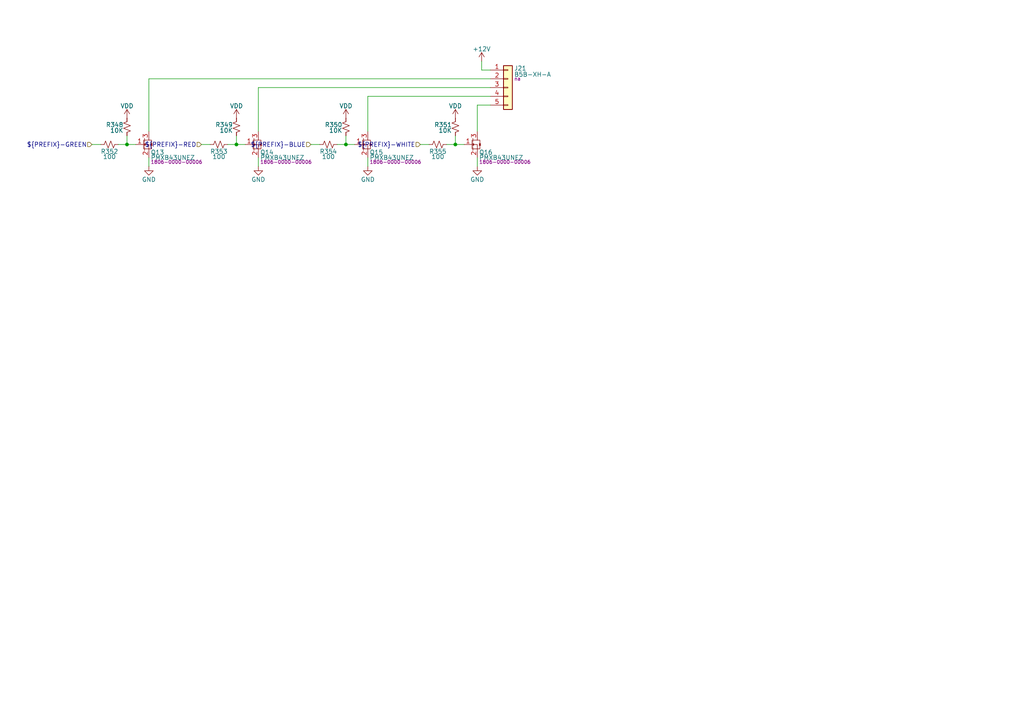
<source format=kicad_sch>
(kicad_sch
	(version 20250114)
	(generator "eeschema")
	(generator_version "9.0")
	(uuid "7bc1f2b6-a1f2-4269-8283-41e70cb464e3")
	(paper "A4")
	(title_block
		(title "Benchy Motherboard AM625 - Lighting RGBW Channel 4")
		(rev "REV1")
		(company "Daxxn Industries")
		(comment 4 "Small net labels (≤0.65) are for clarity and do not connect to other nets.")
	)
	(lib_symbols
		(symbol "DX_Connector_JST:B5B-XH-A"
			(pin_names
				(offset 1.016)
				(hide yes)
			)
			(exclude_from_sim no)
			(in_bom yes)
			(on_board yes)
			(property "Reference" "J"
				(at 1.778 5.588 0)
				(effects
					(font
						(size 1.27 1.27)
					)
					(justify left)
				)
			)
			(property "Value" "B5B-XH-A"
				(at 1.778 3.81 0)
				(effects
					(font
						(size 1.27 1.27)
					)
					(justify left)
				)
			)
			(property "Footprint" "Daxxn_Connectors_JST:B5B-XH-A"
				(at 0 10.16 0)
				(effects
					(font
						(size 1.27 1.27)
					)
					(hide yes)
				)
			)
			(property "Datasheet" "${DATASHEETS}/eXH.pdf"
				(at 0 13.208 0)
				(effects
					(font
						(size 1.27 1.27)
					)
					(hide yes)
				)
			)
			(property "Description" "Connector Header Through Hole 5 position 0.098\" (2.50mm)"
				(at 0 11.684 0)
				(effects
					(font
						(size 1.27 1.27)
					)
					(hide yes)
				)
			)
			(property "PartNumber" "na"
				(at 1.778 2.54 0)
				(effects
					(font
						(size 1 1)
					)
					(justify left)
				)
			)
			(property "ki_keywords" "connector jst xh"
				(at 0 0 0)
				(effects
					(font
						(size 1.27 1.27)
					)
					(hide yes)
				)
			)
			(property "ki_fp_filters" "Connector*:*_1x??_*"
				(at 0 0 0)
				(effects
					(font
						(size 1.27 1.27)
					)
					(hide yes)
				)
			)
			(symbol "B5B-XH-A_1_1"
				(rectangle
					(start -1.27 6.35)
					(end 1.27 -6.35)
					(stroke
						(width 0.254)
						(type default)
					)
					(fill
						(type background)
					)
				)
				(rectangle
					(start -1.27 5.207)
					(end 0 4.953)
					(stroke
						(width 0.1524)
						(type default)
					)
					(fill
						(type none)
					)
				)
				(rectangle
					(start -1.27 2.667)
					(end 0 2.413)
					(stroke
						(width 0.1524)
						(type default)
					)
					(fill
						(type none)
					)
				)
				(rectangle
					(start -1.27 0.127)
					(end 0 -0.127)
					(stroke
						(width 0.1524)
						(type default)
					)
					(fill
						(type none)
					)
				)
				(rectangle
					(start -1.27 -2.413)
					(end 0 -2.667)
					(stroke
						(width 0.1524)
						(type default)
					)
					(fill
						(type none)
					)
				)
				(rectangle
					(start -1.27 -4.953)
					(end 0 -5.207)
					(stroke
						(width 0.1524)
						(type default)
					)
					(fill
						(type none)
					)
				)
				(pin passive line
					(at -5.08 5.08 0)
					(length 3.81)
					(name "Pin_1"
						(effects
							(font
								(size 1.27 1.27)
							)
						)
					)
					(number "1"
						(effects
							(font
								(size 1.27 1.27)
							)
						)
					)
				)
				(pin passive line
					(at -5.08 2.54 0)
					(length 3.81)
					(name "Pin_2"
						(effects
							(font
								(size 1.27 1.27)
							)
						)
					)
					(number "2"
						(effects
							(font
								(size 1.27 1.27)
							)
						)
					)
				)
				(pin passive line
					(at -5.08 0 0)
					(length 3.81)
					(name "Pin_3"
						(effects
							(font
								(size 1.27 1.27)
							)
						)
					)
					(number "3"
						(effects
							(font
								(size 1.27 1.27)
							)
						)
					)
				)
				(pin passive line
					(at -5.08 -2.54 0)
					(length 3.81)
					(name "Pin_4"
						(effects
							(font
								(size 1.27 1.27)
							)
						)
					)
					(number "4"
						(effects
							(font
								(size 1.27 1.27)
							)
						)
					)
				)
				(pin passive line
					(at -5.08 -5.08 0)
					(length 3.81)
					(name "Pin_5"
						(effects
							(font
								(size 1.27 1.27)
							)
						)
					)
					(number "5"
						(effects
							(font
								(size 1.27 1.27)
							)
						)
					)
				)
			)
			(embedded_fonts no)
		)
		(symbol "DX_Resistor:RC0402JR-07100RL"
			(pin_numbers
				(hide yes)
			)
			(pin_names
				(offset 0.254)
				(hide yes)
			)
			(exclude_from_sim no)
			(in_bom yes)
			(on_board yes)
			(property "Reference" "R"
				(at 1.016 0.635 0)
				(effects
					(font
						(size 1.27 1.27)
					)
					(justify left)
				)
			)
			(property "Value" "100"
				(at 1.016 -1.016 0)
				(effects
					(font
						(size 1.27 1.27)
					)
					(justify left)
				)
			)
			(property "Footprint" "Daxxn_Standard_Resistors:RES_0402"
				(at 0 5.334 0)
				(effects
					(font
						(size 1.27 1.27)
					)
					(hide yes)
				)
			)
			(property "Datasheet" "${DATASHEETS}/RC-Series.pdf"
				(at 0 6.35 0)
				(effects
					(font
						(size 1.27 1.27)
					)
					(hide yes)
				)
			)
			(property "Description" "RES 100 OHM 5% 1/16W 0402"
				(at 0 3.81 0)
				(effects
					(font
						(size 1.27 1.27)
					)
					(hide yes)
				)
			)
			(property "PartNumber" "0204-0000-00011"
				(at 0 7.874 0)
				(effects
					(font
						(size 1.27 1.27)
					)
					(hide yes)
				)
			)
			(property "ki_keywords" "r resistor daxxn"
				(at 0 0 0)
				(effects
					(font
						(size 1.27 1.27)
					)
					(hide yes)
				)
			)
			(property "ki_fp_filters" "R_*"
				(at 0 0 0)
				(effects
					(font
						(size 1.27 1.27)
					)
					(hide yes)
				)
			)
			(symbol "RC0402JR-07100RL_1_1"
				(polyline
					(pts
						(xy 0 1.524) (xy 1.016 1.143) (xy 0 0.762) (xy -1.016 0.381) (xy 0 0)
					)
					(stroke
						(width 0)
						(type default)
					)
					(fill
						(type none)
					)
				)
				(polyline
					(pts
						(xy 0 0) (xy 1.016 -0.381) (xy 0 -0.762) (xy -1.016 -1.143) (xy 0 -1.524)
					)
					(stroke
						(width 0)
						(type default)
					)
					(fill
						(type none)
					)
				)
				(pin passive line
					(at 0 2.54 270)
					(length 1.016)
					(name "~"
						(effects
							(font
								(size 1.27 1.27)
							)
						)
					)
					(number "1"
						(effects
							(font
								(size 1.27 1.27)
							)
						)
					)
				)
				(pin passive line
					(at 0 -2.54 90)
					(length 1.016)
					(name "~"
						(effects
							(font
								(size 1.27 1.27)
							)
						)
					)
					(number "2"
						(effects
							(font
								(size 1.27 1.27)
							)
						)
					)
				)
			)
			(embedded_fonts no)
		)
		(symbol "DX_Resistor:RC0402JR-0710KL"
			(pin_numbers
				(hide yes)
			)
			(pin_names
				(offset 0.254)
				(hide yes)
			)
			(exclude_from_sim no)
			(in_bom yes)
			(on_board yes)
			(property "Reference" "R"
				(at 1.016 0.635 0)
				(effects
					(font
						(size 1.27 1.27)
					)
					(justify left)
				)
			)
			(property "Value" "10K"
				(at 1.016 -1.016 0)
				(effects
					(font
						(size 1.27 1.27)
					)
					(justify left)
				)
			)
			(property "Footprint" "Daxxn_Standard_Resistors:RES_0402"
				(at 0 5.334 0)
				(effects
					(font
						(size 1.27 1.27)
					)
					(hide yes)
				)
			)
			(property "Datasheet" "${DATASHEETS}/RC-Series.pdf"
				(at 0 6.35 0)
				(effects
					(font
						(size 1.27 1.27)
					)
					(hide yes)
				)
			)
			(property "Description" "RES 10K OHM 5% 1/16W 0402"
				(at 0 3.81 0)
				(effects
					(font
						(size 1.27 1.27)
					)
					(hide yes)
				)
			)
			(property "PartNumber" "0204-0000-00016"
				(at 0 8.128 0)
				(effects
					(font
						(size 1.27 1.27)
					)
					(hide yes)
				)
			)
			(property "ki_keywords" "r resistor daxxn"
				(at 0 0 0)
				(effects
					(font
						(size 1.27 1.27)
					)
					(hide yes)
				)
			)
			(property "ki_fp_filters" "R_*"
				(at 0 0 0)
				(effects
					(font
						(size 1.27 1.27)
					)
					(hide yes)
				)
			)
			(symbol "RC0402JR-0710KL_1_1"
				(polyline
					(pts
						(xy 0 1.524) (xy 1.016 1.143) (xy 0 0.762) (xy -1.016 0.381) (xy 0 0)
					)
					(stroke
						(width 0)
						(type default)
					)
					(fill
						(type none)
					)
				)
				(polyline
					(pts
						(xy 0 0) (xy 1.016 -0.381) (xy 0 -0.762) (xy -1.016 -1.143) (xy 0 -1.524)
					)
					(stroke
						(width 0)
						(type default)
					)
					(fill
						(type none)
					)
				)
				(pin passive line
					(at 0 2.54 270)
					(length 1.016)
					(name "~"
						(effects
							(font
								(size 1.27 1.27)
							)
						)
					)
					(number "1"
						(effects
							(font
								(size 1.27 1.27)
							)
						)
					)
				)
				(pin passive line
					(at 0 -2.54 90)
					(length 1.016)
					(name "~"
						(effects
							(font
								(size 1.27 1.27)
							)
						)
					)
					(number "2"
						(effects
							(font
								(size 1.27 1.27)
							)
						)
					)
				)
			)
			(embedded_fonts no)
		)
		(symbol "DX_Transistor_MOSFET:PMXB43UNEZ"
			(exclude_from_sim no)
			(in_bom yes)
			(on_board yes)
			(property "Reference" "Q"
				(at 2.794 1.778 0)
				(effects
					(font
						(size 1.27 1.27)
					)
					(justify left)
				)
			)
			(property "Value" "PMXB43UNEZ"
				(at 2.794 0 0)
				(effects
					(font
						(size 1.27 1.27)
					)
					(justify left)
				)
			)
			(property "Footprint" "Daxxn_Packages:DFN1010D-3"
				(at 1.27 8.382 0)
				(effects
					(font
						(size 1.27 1.27)
					)
					(hide yes)
				)
			)
			(property "Datasheet" "%LOCAL_DATASHEETS%/PMXB43UNE.pdf"
				(at 1.27 5.842 0)
				(effects
					(font
						(size 1.27 1.27)
					)
					(hide yes)
				)
			)
			(property "Description" "N-Channel 20 V 3.2A (Ta) 400mW (Ta), 8.33W (Tc) Surface Mount DFN1010D-3"
				(at 0 7.112 0)
				(effects
					(font
						(size 1.27 1.27)
					)
					(hide yes)
				)
			)
			(property "PartNumber" "1806-0000-00006"
				(at 2.794 -1.524 0)
				(effects
					(font
						(size 1 1)
					)
					(justify left)
				)
			)
			(property "ki_keywords" "n-ch mosfet fet"
				(at 0 0 0)
				(effects
					(font
						(size 1.27 1.27)
					)
					(hide yes)
				)
			)
			(symbol "PMXB43UNEZ_0_0"
				(pin input line
					(at -2.54 0 0)
					(length 2.25)
					(name "G"
						(effects
							(font
								(size 0 0)
							)
						)
					)
					(number "1"
						(effects
							(font
								(size 1.27 1.27)
							)
						)
					)
				)
				(pin bidirectional line
					(at 1.27 3.81 270)
					(length 2.54)
					(name "D"
						(effects
							(font
								(size 0 0)
							)
						)
					)
					(number "3"
						(effects
							(font
								(size 1.27 1.27)
							)
						)
					)
				)
				(pin bidirectional line
					(at 1.27 -3.81 90)
					(length 2.54)
					(name "S"
						(effects
							(font
								(size 0 0)
							)
						)
					)
					(number "2"
						(effects
							(font
								(size 1.27 1.27)
							)
						)
					)
				)
			)
			(symbol "PMXB43UNEZ_0_1"
				(polyline
					(pts
						(xy -0.254 -1.27) (xy -0.254 1.27)
					)
					(stroke
						(width 0)
						(type default)
					)
					(fill
						(type none)
					)
				)
				(polyline
					(pts
						(xy 0 1.778) (xy 0 0.762)
					)
					(stroke
						(width 0)
						(type default)
					)
					(fill
						(type none)
					)
				)
				(polyline
					(pts
						(xy 0 1.27) (xy 1.27 1.27) (xy 1.27 1.27)
					)
					(stroke
						(width 0)
						(type default)
					)
					(fill
						(type none)
					)
				)
				(polyline
					(pts
						(xy 0 0) (xy 0.254 0.254) (xy 0.254 -0.254) (xy 0 0)
					)
					(stroke
						(width 0)
						(type default)
					)
					(fill
						(type none)
					)
				)
				(polyline
					(pts
						(xy 0 -0.508) (xy 0 0.508)
					)
					(stroke
						(width 0)
						(type default)
					)
					(fill
						(type none)
					)
				)
				(polyline
					(pts
						(xy 0 -1.27) (xy 1.27 -1.27) (xy 1.27 -1.27)
					)
					(stroke
						(width 0)
						(type default)
					)
					(fill
						(type none)
					)
				)
				(polyline
					(pts
						(xy 0 -1.778) (xy 0 -0.762)
					)
					(stroke
						(width 0)
						(type default)
					)
					(fill
						(type none)
					)
				)
				(polyline
					(pts
						(xy 1.27 -1.27) (xy 1.27 0) (xy 0 0)
					)
					(stroke
						(width 0)
						(type default)
					)
					(fill
						(type none)
					)
				)
				(polyline
					(pts
						(xy 1.27 -1.27) (xy 2.032 -1.27) (xy 2.032 1.27) (xy 1.27 1.27)
					)
					(stroke
						(width 0)
						(type default)
					)
					(fill
						(type none)
					)
				)
				(polyline
					(pts
						(xy 1.778 0.254) (xy 2.286 0.254)
					)
					(stroke
						(width 0)
						(type default)
					)
					(fill
						(type none)
					)
				)
				(polyline
					(pts
						(xy 2.032 0.254) (xy 1.778 -0.254) (xy 2.286 -0.254) (xy 2.032 0.254)
					)
					(stroke
						(width 0)
						(type default)
					)
					(fill
						(type outline)
					)
				)
			)
			(embedded_fonts no)
		)
		(symbol "power:+12V"
			(power)
			(pin_numbers
				(hide yes)
			)
			(pin_names
				(offset 0)
				(hide yes)
			)
			(exclude_from_sim no)
			(in_bom yes)
			(on_board yes)
			(property "Reference" "#PWR"
				(at 0 -3.81 0)
				(effects
					(font
						(size 1.27 1.27)
					)
					(hide yes)
				)
			)
			(property "Value" "+12V"
				(at 0 3.556 0)
				(effects
					(font
						(size 1.27 1.27)
					)
				)
			)
			(property "Footprint" ""
				(at 0 0 0)
				(effects
					(font
						(size 1.27 1.27)
					)
					(hide yes)
				)
			)
			(property "Datasheet" ""
				(at 0 0 0)
				(effects
					(font
						(size 1.27 1.27)
					)
					(hide yes)
				)
			)
			(property "Description" "Power symbol creates a global label with name \"+12V\""
				(at 0 0 0)
				(effects
					(font
						(size 1.27 1.27)
					)
					(hide yes)
				)
			)
			(property "ki_keywords" "global power"
				(at 0 0 0)
				(effects
					(font
						(size 1.27 1.27)
					)
					(hide yes)
				)
			)
			(symbol "+12V_0_1"
				(polyline
					(pts
						(xy -0.762 1.27) (xy 0 2.54)
					)
					(stroke
						(width 0)
						(type default)
					)
					(fill
						(type none)
					)
				)
				(polyline
					(pts
						(xy 0 2.54) (xy 0.762 1.27)
					)
					(stroke
						(width 0)
						(type default)
					)
					(fill
						(type none)
					)
				)
				(polyline
					(pts
						(xy 0 0) (xy 0 2.54)
					)
					(stroke
						(width 0)
						(type default)
					)
					(fill
						(type none)
					)
				)
			)
			(symbol "+12V_1_1"
				(pin power_in line
					(at 0 0 90)
					(length 0)
					(name "~"
						(effects
							(font
								(size 1.27 1.27)
							)
						)
					)
					(number "1"
						(effects
							(font
								(size 1.27 1.27)
							)
						)
					)
				)
			)
			(embedded_fonts no)
		)
		(symbol "power:GND"
			(power)
			(pin_numbers
				(hide yes)
			)
			(pin_names
				(offset 0)
				(hide yes)
			)
			(exclude_from_sim no)
			(in_bom yes)
			(on_board yes)
			(property "Reference" "#PWR"
				(at 0 -6.35 0)
				(effects
					(font
						(size 1.27 1.27)
					)
					(hide yes)
				)
			)
			(property "Value" "GND"
				(at 0 -3.81 0)
				(effects
					(font
						(size 1.27 1.27)
					)
				)
			)
			(property "Footprint" ""
				(at 0 0 0)
				(effects
					(font
						(size 1.27 1.27)
					)
					(hide yes)
				)
			)
			(property "Datasheet" ""
				(at 0 0 0)
				(effects
					(font
						(size 1.27 1.27)
					)
					(hide yes)
				)
			)
			(property "Description" "Power symbol creates a global label with name \"GND\" , ground"
				(at 0 0 0)
				(effects
					(font
						(size 1.27 1.27)
					)
					(hide yes)
				)
			)
			(property "ki_keywords" "global power"
				(at 0 0 0)
				(effects
					(font
						(size 1.27 1.27)
					)
					(hide yes)
				)
			)
			(symbol "GND_0_1"
				(polyline
					(pts
						(xy 0 0) (xy 0 -1.27) (xy 1.27 -1.27) (xy 0 -2.54) (xy -1.27 -1.27) (xy 0 -1.27)
					)
					(stroke
						(width 0)
						(type default)
					)
					(fill
						(type none)
					)
				)
			)
			(symbol "GND_1_1"
				(pin power_in line
					(at 0 0 270)
					(length 0)
					(name "~"
						(effects
							(font
								(size 1.27 1.27)
							)
						)
					)
					(number "1"
						(effects
							(font
								(size 1.27 1.27)
							)
						)
					)
				)
			)
			(embedded_fonts no)
		)
		(symbol "power:VDD"
			(power)
			(pin_numbers
				(hide yes)
			)
			(pin_names
				(offset 0)
				(hide yes)
			)
			(exclude_from_sim no)
			(in_bom yes)
			(on_board yes)
			(property "Reference" "#PWR"
				(at 0 -3.81 0)
				(effects
					(font
						(size 1.27 1.27)
					)
					(hide yes)
				)
			)
			(property "Value" "VDD"
				(at 0 3.556 0)
				(effects
					(font
						(size 1.27 1.27)
					)
				)
			)
			(property "Footprint" ""
				(at 0 0 0)
				(effects
					(font
						(size 1.27 1.27)
					)
					(hide yes)
				)
			)
			(property "Datasheet" ""
				(at 0 0 0)
				(effects
					(font
						(size 1.27 1.27)
					)
					(hide yes)
				)
			)
			(property "Description" "Power symbol creates a global label with name \"VDD\""
				(at 0 0 0)
				(effects
					(font
						(size 1.27 1.27)
					)
					(hide yes)
				)
			)
			(property "ki_keywords" "global power"
				(at 0 0 0)
				(effects
					(font
						(size 1.27 1.27)
					)
					(hide yes)
				)
			)
			(symbol "VDD_0_1"
				(polyline
					(pts
						(xy -0.762 1.27) (xy 0 2.54)
					)
					(stroke
						(width 0)
						(type default)
					)
					(fill
						(type none)
					)
				)
				(polyline
					(pts
						(xy 0 2.54) (xy 0.762 1.27)
					)
					(stroke
						(width 0)
						(type default)
					)
					(fill
						(type none)
					)
				)
				(polyline
					(pts
						(xy 0 0) (xy 0 2.54)
					)
					(stroke
						(width 0)
						(type default)
					)
					(fill
						(type none)
					)
				)
			)
			(symbol "VDD_1_1"
				(pin power_in line
					(at 0 0 90)
					(length 0)
					(name "~"
						(effects
							(font
								(size 1.27 1.27)
							)
						)
					)
					(number "1"
						(effects
							(font
								(size 1.27 1.27)
							)
						)
					)
				)
			)
			(embedded_fonts no)
		)
	)
	(junction
		(at 36.83 41.91)
		(diameter 0)
		(color 0 0 0 0)
		(uuid "2a037154-1f38-41f8-a4d2-c99390c134e4")
	)
	(junction
		(at 132.08 41.91)
		(diameter 0)
		(color 0 0 0 0)
		(uuid "52965aa1-4484-436e-93e7-c727dc11bd14")
	)
	(junction
		(at 100.33 41.91)
		(diameter 0)
		(color 0 0 0 0)
		(uuid "cd320425-f725-4188-93f8-2f6ac8ff38d3")
	)
	(junction
		(at 68.58 41.91)
		(diameter 0)
		(color 0 0 0 0)
		(uuid "f28e6a72-a942-4140-8271-cc76aa60f0e5")
	)
	(wire
		(pts
			(xy 129.54 41.91) (xy 132.08 41.91)
		)
		(stroke
			(width 0)
			(type default)
		)
		(uuid "0ac52848-3246-487b-a95d-9ada01611586")
	)
	(wire
		(pts
			(xy 43.18 45.72) (xy 43.18 48.26)
		)
		(stroke
			(width 0)
			(type default)
		)
		(uuid "0d3cad57-ad30-4b8d-8052-fd4cc20f5670")
	)
	(wire
		(pts
			(xy 68.58 39.37) (xy 68.58 41.91)
		)
		(stroke
			(width 0)
			(type default)
		)
		(uuid "0e30dbc8-c5a8-41c9-9127-0725958fc1b4")
	)
	(wire
		(pts
			(xy 106.68 27.94) (xy 142.24 27.94)
		)
		(stroke
			(width 0)
			(type default)
		)
		(uuid "10f2f86e-557c-463f-9341-01708f88c62f")
	)
	(wire
		(pts
			(xy 68.58 41.91) (xy 71.12 41.91)
		)
		(stroke
			(width 0)
			(type default)
		)
		(uuid "25f97c0a-69a0-42d6-8df1-b5d24eaee8bf")
	)
	(wire
		(pts
			(xy 36.83 41.91) (xy 39.37 41.91)
		)
		(stroke
			(width 0)
			(type default)
		)
		(uuid "26fb1218-14f3-45f3-b64c-084b685eb2de")
	)
	(wire
		(pts
			(xy 58.42 41.91) (xy 60.96 41.91)
		)
		(stroke
			(width 0)
			(type default)
		)
		(uuid "2e668468-913b-4004-83a0-01e41600efa5")
	)
	(wire
		(pts
			(xy 138.43 45.72) (xy 138.43 48.26)
		)
		(stroke
			(width 0)
			(type default)
		)
		(uuid "2eb2a30a-a52d-4682-97c6-032c0df1fc82")
	)
	(wire
		(pts
			(xy 97.79 41.91) (xy 100.33 41.91)
		)
		(stroke
			(width 0)
			(type default)
		)
		(uuid "3c2d93d1-d667-4484-ae3d-d2e808c707b7")
	)
	(wire
		(pts
			(xy 34.29 41.91) (xy 36.83 41.91)
		)
		(stroke
			(width 0)
			(type default)
		)
		(uuid "3d26c0a4-435b-426a-a37b-68556f06de77")
	)
	(wire
		(pts
			(xy 100.33 39.37) (xy 100.33 41.91)
		)
		(stroke
			(width 0)
			(type default)
		)
		(uuid "4138a3f9-e0f9-4b0c-a441-5bedb0f25c36")
	)
	(wire
		(pts
			(xy 74.93 45.72) (xy 74.93 48.26)
		)
		(stroke
			(width 0)
			(type default)
		)
		(uuid "4586c78b-8a19-48e6-ae04-923756da63c4")
	)
	(wire
		(pts
			(xy 106.68 38.1) (xy 106.68 27.94)
		)
		(stroke
			(width 0)
			(type default)
		)
		(uuid "46e4022d-0131-47f8-bea4-1e5f26426447")
	)
	(wire
		(pts
			(xy 74.93 25.4) (xy 142.24 25.4)
		)
		(stroke
			(width 0)
			(type default)
		)
		(uuid "4b50c1c5-dccc-4468-bd45-d7d3008423ad")
	)
	(wire
		(pts
			(xy 26.67 41.91) (xy 29.21 41.91)
		)
		(stroke
			(width 0)
			(type default)
		)
		(uuid "6956dca8-cdcc-4a5e-aaa5-80e03ebc47cf")
	)
	(wire
		(pts
			(xy 121.92 41.91) (xy 124.46 41.91)
		)
		(stroke
			(width 0)
			(type default)
		)
		(uuid "6f27f10c-446e-455e-a796-53b366ae3f10")
	)
	(wire
		(pts
			(xy 43.18 22.86) (xy 43.18 38.1)
		)
		(stroke
			(width 0)
			(type default)
		)
		(uuid "7ec6061a-4f35-4372-820f-8ed3f49f5b6a")
	)
	(wire
		(pts
			(xy 66.04 41.91) (xy 68.58 41.91)
		)
		(stroke
			(width 0)
			(type default)
		)
		(uuid "835dee89-4398-4463-b2a4-a26135dbb332")
	)
	(wire
		(pts
			(xy 106.68 45.72) (xy 106.68 48.26)
		)
		(stroke
			(width 0)
			(type default)
		)
		(uuid "85ce2b19-c7d9-4bd4-ba4e-460a2bbfb3fc")
	)
	(wire
		(pts
			(xy 36.83 39.37) (xy 36.83 41.91)
		)
		(stroke
			(width 0)
			(type default)
		)
		(uuid "b9eefe92-81a3-4db4-a9a1-32f45c3e53fd")
	)
	(wire
		(pts
			(xy 142.24 22.86) (xy 43.18 22.86)
		)
		(stroke
			(width 0)
			(type default)
		)
		(uuid "c6623145-1051-40a6-9ed8-d28a10351ddb")
	)
	(wire
		(pts
			(xy 100.33 41.91) (xy 102.87 41.91)
		)
		(stroke
			(width 0)
			(type default)
		)
		(uuid "cb45d446-c5bd-4a61-a2b2-1d81287348e1")
	)
	(wire
		(pts
			(xy 138.43 30.48) (xy 142.24 30.48)
		)
		(stroke
			(width 0)
			(type default)
		)
		(uuid "d0361a4c-9eb3-482f-8db7-7a07dcc12dfa")
	)
	(wire
		(pts
			(xy 132.08 41.91) (xy 134.62 41.91)
		)
		(stroke
			(width 0)
			(type default)
		)
		(uuid "d0c7f993-854e-4268-8004-225da2c5b66c")
	)
	(wire
		(pts
			(xy 132.08 39.37) (xy 132.08 41.91)
		)
		(stroke
			(width 0)
			(type default)
		)
		(uuid "daecf87d-5a12-400a-aebd-b3e34335aaaa")
	)
	(wire
		(pts
			(xy 142.24 20.32) (xy 139.7 20.32)
		)
		(stroke
			(width 0)
			(type default)
		)
		(uuid "deb3b04b-5019-4a12-98ae-6b2f0d747595")
	)
	(wire
		(pts
			(xy 138.43 38.1) (xy 138.43 30.48)
		)
		(stroke
			(width 0)
			(type default)
		)
		(uuid "e34edc75-fd0c-4371-8c60-521bc5862524")
	)
	(wire
		(pts
			(xy 139.7 17.78) (xy 139.7 20.32)
		)
		(stroke
			(width 0)
			(type default)
		)
		(uuid "e70aba15-39b1-4e1c-bde1-b1051a37f7e8")
	)
	(wire
		(pts
			(xy 90.17 41.91) (xy 92.71 41.91)
		)
		(stroke
			(width 0)
			(type default)
		)
		(uuid "e85b1d42-d68c-4ad4-aec7-dd91a4df8be1")
	)
	(wire
		(pts
			(xy 74.93 38.1) (xy 74.93 25.4)
		)
		(stroke
			(width 0)
			(type default)
		)
		(uuid "f05984bb-6132-4492-98ad-348ae29e866b")
	)
	(hierarchical_label "${PREFIX}-RED"
		(shape input)
		(at 58.42 41.91 180)
		(effects
			(font
				(size 1.27 1.27)
			)
			(justify right)
		)
		(uuid "2a66195c-a737-4882-874c-0c4df21d2c5b")
	)
	(hierarchical_label "${PREFIX}-GREEN"
		(shape input)
		(at 26.67 41.91 180)
		(effects
			(font
				(size 1.27 1.27)
			)
			(justify right)
		)
		(uuid "70774861-9132-46af-b415-589fdbf38bc8")
	)
	(hierarchical_label "${PREFIX}-WHITE"
		(shape input)
		(at 121.92 41.91 180)
		(effects
			(font
				(size 1.27 1.27)
			)
			(justify right)
		)
		(uuid "8b60280f-9f44-419d-a43c-cfba11ba2621")
	)
	(hierarchical_label "${PREFIX}-BLUE"
		(shape input)
		(at 90.17 41.91 180)
		(effects
			(font
				(size 1.27 1.27)
			)
			(justify right)
		)
		(uuid "bc3a780d-0a31-4916-ab80-8053049ca5fc")
	)
	(symbol
		(lib_id "DX_Resistor:RC0402JR-07100RL")
		(at 127 41.91 90)
		(unit 1)
		(exclude_from_sim no)
		(in_bom yes)
		(on_board yes)
		(dnp no)
		(uuid "07bc6c2a-2555-4118-85e4-f1041124d762")
		(property "Reference" "R355"
			(at 127 43.942 90)
			(effects
				(font
					(size 1.27 1.27)
				)
			)
		)
		(property "Value" "100"
			(at 127 45.466 90)
			(effects
				(font
					(size 1.27 1.27)
				)
			)
		)
		(property "Footprint" "Daxxn_Standard_Resistors:RES_0402"
			(at 121.666 41.91 0)
			(effects
				(font
					(size 1.27 1.27)
				)
				(hide yes)
			)
		)
		(property "Datasheet" "${DATASHEETS}/RC-Series.pdf"
			(at 120.65 41.91 0)
			(effects
				(font
					(size 1.27 1.27)
				)
				(hide yes)
			)
		)
		(property "Description" "RES 100 OHM 5% 1/16W 0402"
			(at 123.19 41.91 0)
			(effects
				(font
					(size 1.27 1.27)
				)
				(hide yes)
			)
		)
		(property "PartNumber" "0204-0000-00011"
			(at 119.126 41.91 0)
			(effects
				(font
					(size 1.27 1.27)
				)
				(hide yes)
			)
		)
		(pin "2"
			(uuid "8eeabfab-dfea-4811-9a53-d961a79dd297")
		)
		(pin "1"
			(uuid "976d133a-495a-4066-b1ce-f8c5fa715223")
		)
		(instances
			(project "BenchyMotherBoard-AM625"
				(path "/7184a1e6-58da-49c8-8a6c-ea31385ec956/8494b7c1-cb3d-49c1-ba37-1630d97ce06f/2264adf4-5034-4152-a85d-181c7e95aca4"
					(reference "R355")
					(unit 1)
				)
			)
		)
	)
	(symbol
		(lib_id "DX_Resistor:RC0402JR-07100RL")
		(at 31.75 41.91 90)
		(unit 1)
		(exclude_from_sim no)
		(in_bom yes)
		(on_board yes)
		(dnp no)
		(uuid "0c5f039c-c9e7-434f-ad4b-71af9d6a2b44")
		(property "Reference" "R352"
			(at 31.75 43.942 90)
			(effects
				(font
					(size 1.27 1.27)
				)
			)
		)
		(property "Value" "100"
			(at 31.75 45.466 90)
			(effects
				(font
					(size 1.27 1.27)
				)
			)
		)
		(property "Footprint" "Daxxn_Standard_Resistors:RES_0402"
			(at 26.416 41.91 0)
			(effects
				(font
					(size 1.27 1.27)
				)
				(hide yes)
			)
		)
		(property "Datasheet" "${DATASHEETS}/RC-Series.pdf"
			(at 25.4 41.91 0)
			(effects
				(font
					(size 1.27 1.27)
				)
				(hide yes)
			)
		)
		(property "Description" "RES 100 OHM 5% 1/16W 0402"
			(at 27.94 41.91 0)
			(effects
				(font
					(size 1.27 1.27)
				)
				(hide yes)
			)
		)
		(property "PartNumber" "0204-0000-00011"
			(at 23.876 41.91 0)
			(effects
				(font
					(size 1.27 1.27)
				)
				(hide yes)
			)
		)
		(pin "2"
			(uuid "aa3e38e7-6e8e-45c2-9f3c-607297003a30")
		)
		(pin "1"
			(uuid "8b5dd3f5-6a42-414d-bc04-19e5a2d792d7")
		)
		(instances
			(project "BenchyMotherBoard-AM625"
				(path "/7184a1e6-58da-49c8-8a6c-ea31385ec956/8494b7c1-cb3d-49c1-ba37-1630d97ce06f/2264adf4-5034-4152-a85d-181c7e95aca4"
					(reference "R352")
					(unit 1)
				)
			)
		)
	)
	(symbol
		(lib_id "DX_Transistor_MOSFET:PMXB43UNEZ")
		(at 105.41 41.91 0)
		(unit 1)
		(exclude_from_sim no)
		(in_bom yes)
		(on_board yes)
		(dnp no)
		(uuid "2a11caaa-2988-40d4-a6f8-fd45f0053bfc")
		(property "Reference" "Q15"
			(at 107.188 44.196 0)
			(effects
				(font
					(size 1.27 1.27)
				)
				(justify left)
			)
		)
		(property "Value" "PMXB43UNEZ"
			(at 107.188 45.72 0)
			(effects
				(font
					(size 1.27 1.27)
				)
				(justify left)
			)
		)
		(property "Footprint" "Daxxn_Packages:DFN1010D-3"
			(at 106.68 33.528 0)
			(effects
				(font
					(size 1.27 1.27)
				)
				(hide yes)
			)
		)
		(property "Datasheet" "%LOCAL_DATASHEETS%/PMXB43UNE.pdf"
			(at 106.68 36.068 0)
			(effects
				(font
					(size 1.27 1.27)
				)
				(hide yes)
			)
		)
		(property "Description" "N-Channel 20 V 3.2A (Ta) 400mW (Ta), 8.33W (Tc) Surface Mount DFN1010D-3"
			(at 105.41 34.798 0)
			(effects
				(font
					(size 1.27 1.27)
				)
				(hide yes)
			)
		)
		(property "PartNumber" "1806-0000-00006"
			(at 107.188 46.99 0)
			(effects
				(font
					(size 1 1)
				)
				(justify left)
			)
		)
		(pin "3"
			(uuid "74f4369b-41d8-4136-a0dc-5faaa5458f97")
		)
		(pin "1"
			(uuid "43f83090-7dd5-4daa-968f-b96893132c1e")
		)
		(pin "2"
			(uuid "a686885e-b068-40b2-8324-46d122903d20")
		)
		(instances
			(project "BenchyMotherBoard-AM625"
				(path "/7184a1e6-58da-49c8-8a6c-ea31385ec956/8494b7c1-cb3d-49c1-ba37-1630d97ce06f/2264adf4-5034-4152-a85d-181c7e95aca4"
					(reference "Q15")
					(unit 1)
				)
			)
		)
	)
	(symbol
		(lib_id "power:VDD")
		(at 132.08 34.29 0)
		(unit 1)
		(exclude_from_sim no)
		(in_bom yes)
		(on_board yes)
		(dnp no)
		(uuid "32b0c8e5-b107-4ff0-9456-163ad8a122c9")
		(property "Reference" "#PWR0551"
			(at 132.08 38.1 0)
			(effects
				(font
					(size 1.27 1.27)
				)
				(hide yes)
			)
		)
		(property "Value" "VDD"
			(at 132.08 30.734 0)
			(effects
				(font
					(size 1.27 1.27)
				)
			)
		)
		(property "Footprint" ""
			(at 132.08 34.29 0)
			(effects
				(font
					(size 1.27 1.27)
				)
				(hide yes)
			)
		)
		(property "Datasheet" ""
			(at 132.08 34.29 0)
			(effects
				(font
					(size 1.27 1.27)
				)
				(hide yes)
			)
		)
		(property "Description" "Power symbol creates a global label with name \"VDD\""
			(at 132.08 34.29 0)
			(effects
				(font
					(size 1.27 1.27)
				)
				(hide yes)
			)
		)
		(pin "1"
			(uuid "6bcb41d5-4633-4704-82e2-2351cb2f605d")
		)
		(instances
			(project "BenchyMotherBoard-AM625"
				(path "/7184a1e6-58da-49c8-8a6c-ea31385ec956/8494b7c1-cb3d-49c1-ba37-1630d97ce06f/2264adf4-5034-4152-a85d-181c7e95aca4"
					(reference "#PWR0551")
					(unit 1)
				)
			)
		)
	)
	(symbol
		(lib_id "power:GND")
		(at 74.93 48.26 0)
		(unit 1)
		(exclude_from_sim no)
		(in_bom yes)
		(on_board yes)
		(dnp no)
		(uuid "35558f2c-cefe-4642-a7a5-74a2763dd3a5")
		(property "Reference" "#PWR0553"
			(at 74.93 54.61 0)
			(effects
				(font
					(size 1.27 1.27)
				)
				(hide yes)
			)
		)
		(property "Value" "GND"
			(at 74.93 52.07 0)
			(effects
				(font
					(size 1.27 1.27)
				)
			)
		)
		(property "Footprint" ""
			(at 74.93 48.26 0)
			(effects
				(font
					(size 1.27 1.27)
				)
				(hide yes)
			)
		)
		(property "Datasheet" ""
			(at 74.93 48.26 0)
			(effects
				(font
					(size 1.27 1.27)
				)
				(hide yes)
			)
		)
		(property "Description" "Power symbol creates a global label with name \"GND\" , ground"
			(at 74.93 48.26 0)
			(effects
				(font
					(size 1.27 1.27)
				)
				(hide yes)
			)
		)
		(pin "1"
			(uuid "ad354f48-a521-42b1-848b-61ef190d663a")
		)
		(instances
			(project "BenchyMotherBoard-AM625"
				(path "/7184a1e6-58da-49c8-8a6c-ea31385ec956/8494b7c1-cb3d-49c1-ba37-1630d97ce06f/2264adf4-5034-4152-a85d-181c7e95aca4"
					(reference "#PWR0553")
					(unit 1)
				)
			)
		)
	)
	(symbol
		(lib_id "DX_Resistor:RC0402JR-07100RL")
		(at 63.5 41.91 90)
		(unit 1)
		(exclude_from_sim no)
		(in_bom yes)
		(on_board yes)
		(dnp no)
		(uuid "4494ce7c-b9a9-4e4a-a9ae-ea066944f3cf")
		(property "Reference" "R353"
			(at 63.5 43.942 90)
			(effects
				(font
					(size 1.27 1.27)
				)
			)
		)
		(property "Value" "100"
			(at 63.5 45.466 90)
			(effects
				(font
					(size 1.27 1.27)
				)
			)
		)
		(property "Footprint" "Daxxn_Standard_Resistors:RES_0402"
			(at 58.166 41.91 0)
			(effects
				(font
					(size 1.27 1.27)
				)
				(hide yes)
			)
		)
		(property "Datasheet" "${DATASHEETS}/RC-Series.pdf"
			(at 57.15 41.91 0)
			(effects
				(font
					(size 1.27 1.27)
				)
				(hide yes)
			)
		)
		(property "Description" "RES 100 OHM 5% 1/16W 0402"
			(at 59.69 41.91 0)
			(effects
				(font
					(size 1.27 1.27)
				)
				(hide yes)
			)
		)
		(property "PartNumber" "0204-0000-00011"
			(at 55.626 41.91 0)
			(effects
				(font
					(size 1.27 1.27)
				)
				(hide yes)
			)
		)
		(pin "2"
			(uuid "e5cda6ba-95ed-400c-8176-f18ee554f00b")
		)
		(pin "1"
			(uuid "00621179-9635-4238-8b53-979a8b4212f7")
		)
		(instances
			(project "BenchyMotherBoard-AM625"
				(path "/7184a1e6-58da-49c8-8a6c-ea31385ec956/8494b7c1-cb3d-49c1-ba37-1630d97ce06f/2264adf4-5034-4152-a85d-181c7e95aca4"
					(reference "R353")
					(unit 1)
				)
			)
		)
	)
	(symbol
		(lib_id "DX_Transistor_MOSFET:PMXB43UNEZ")
		(at 41.91 41.91 0)
		(unit 1)
		(exclude_from_sim no)
		(in_bom yes)
		(on_board yes)
		(dnp no)
		(uuid "4826b9d9-1c76-4c10-b1e1-900db454c0e4")
		(property "Reference" "Q13"
			(at 43.688 44.196 0)
			(effects
				(font
					(size 1.27 1.27)
				)
				(justify left)
			)
		)
		(property "Value" "PMXB43UNEZ"
			(at 43.688 45.72 0)
			(effects
				(font
					(size 1.27 1.27)
				)
				(justify left)
			)
		)
		(property "Footprint" "Daxxn_Packages:DFN1010D-3"
			(at 43.18 33.528 0)
			(effects
				(font
					(size 1.27 1.27)
				)
				(hide yes)
			)
		)
		(property "Datasheet" "%LOCAL_DATASHEETS%/PMXB43UNE.pdf"
			(at 43.18 36.068 0)
			(effects
				(font
					(size 1.27 1.27)
				)
				(hide yes)
			)
		)
		(property "Description" "N-Channel 20 V 3.2A (Ta) 400mW (Ta), 8.33W (Tc) Surface Mount DFN1010D-3"
			(at 41.91 34.798 0)
			(effects
				(font
					(size 1.27 1.27)
				)
				(hide yes)
			)
		)
		(property "PartNumber" "1806-0000-00006"
			(at 43.688 46.99 0)
			(effects
				(font
					(size 1 1)
				)
				(justify left)
			)
		)
		(pin "3"
			(uuid "09c90b8c-80ca-4bc2-9069-7de8bbe91275")
		)
		(pin "1"
			(uuid "d319ae61-d2f2-440e-8247-43035b46f7e8")
		)
		(pin "2"
			(uuid "ed623276-9f99-4989-b57d-80f8d24f46ed")
		)
		(instances
			(project "BenchyMotherBoard-AM625"
				(path "/7184a1e6-58da-49c8-8a6c-ea31385ec956/8494b7c1-cb3d-49c1-ba37-1630d97ce06f/2264adf4-5034-4152-a85d-181c7e95aca4"
					(reference "Q13")
					(unit 1)
				)
			)
		)
	)
	(symbol
		(lib_id "power:VDD")
		(at 36.83 34.29 0)
		(unit 1)
		(exclude_from_sim no)
		(in_bom yes)
		(on_board yes)
		(dnp no)
		(uuid "4a012343-9485-4942-afbd-82bf78c45763")
		(property "Reference" "#PWR0548"
			(at 36.83 38.1 0)
			(effects
				(font
					(size 1.27 1.27)
				)
				(hide yes)
			)
		)
		(property "Value" "VDD"
			(at 36.83 30.734 0)
			(effects
				(font
					(size 1.27 1.27)
				)
			)
		)
		(property "Footprint" ""
			(at 36.83 34.29 0)
			(effects
				(font
					(size 1.27 1.27)
				)
				(hide yes)
			)
		)
		(property "Datasheet" ""
			(at 36.83 34.29 0)
			(effects
				(font
					(size 1.27 1.27)
				)
				(hide yes)
			)
		)
		(property "Description" "Power symbol creates a global label with name \"VDD\""
			(at 36.83 34.29 0)
			(effects
				(font
					(size 1.27 1.27)
				)
				(hide yes)
			)
		)
		(pin "1"
			(uuid "52b93b36-5100-4db5-84d0-5be855f6ca43")
		)
		(instances
			(project ""
				(path "/7184a1e6-58da-49c8-8a6c-ea31385ec956/8494b7c1-cb3d-49c1-ba37-1630d97ce06f/2264adf4-5034-4152-a85d-181c7e95aca4"
					(reference "#PWR0548")
					(unit 1)
				)
			)
		)
	)
	(symbol
		(lib_id "DX_Resistor:RC0402JR-0710KL")
		(at 132.08 36.83 0)
		(mirror y)
		(unit 1)
		(exclude_from_sim no)
		(in_bom yes)
		(on_board yes)
		(dnp no)
		(uuid "51d3a005-0119-40c7-8189-5887edb667db")
		(property "Reference" "R351"
			(at 131.064 36.195 0)
			(effects
				(font
					(size 1.27 1.27)
				)
				(justify left)
			)
		)
		(property "Value" "10K"
			(at 131.064 37.846 0)
			(effects
				(font
					(size 1.27 1.27)
				)
				(justify left)
			)
		)
		(property "Footprint" "Daxxn_Standard_Resistors:RES_0402"
			(at 132.08 31.496 0)
			(effects
				(font
					(size 1.27 1.27)
				)
				(hide yes)
			)
		)
		(property "Datasheet" "${DATASHEETS}/RC-Series.pdf"
			(at 132.08 30.48 0)
			(effects
				(font
					(size 1.27 1.27)
				)
				(hide yes)
			)
		)
		(property "Description" "RES 10K OHM 5% 1/16W 0402"
			(at 132.08 33.02 0)
			(effects
				(font
					(size 1.27 1.27)
				)
				(hide yes)
			)
		)
		(property "PartNumber" "0204-0000-00016"
			(at 132.08 28.702 0)
			(effects
				(font
					(size 1.27 1.27)
				)
				(hide yes)
			)
		)
		(pin "2"
			(uuid "667a3437-4cbb-44d6-ba67-b043cf76a021")
		)
		(pin "1"
			(uuid "196934ed-cf3c-4b25-8caf-f9012997c13c")
		)
		(instances
			(project "BenchyMotherBoard-AM625"
				(path "/7184a1e6-58da-49c8-8a6c-ea31385ec956/8494b7c1-cb3d-49c1-ba37-1630d97ce06f/2264adf4-5034-4152-a85d-181c7e95aca4"
					(reference "R351")
					(unit 1)
				)
			)
		)
	)
	(symbol
		(lib_id "DX_Resistor:RC0402JR-0710KL")
		(at 36.83 36.83 0)
		(mirror y)
		(unit 1)
		(exclude_from_sim no)
		(in_bom yes)
		(on_board yes)
		(dnp no)
		(uuid "72461080-c268-4373-82e7-c05cd71e514a")
		(property "Reference" "R348"
			(at 35.814 36.195 0)
			(effects
				(font
					(size 1.27 1.27)
				)
				(justify left)
			)
		)
		(property "Value" "10K"
			(at 35.814 37.846 0)
			(effects
				(font
					(size 1.27 1.27)
				)
				(justify left)
			)
		)
		(property "Footprint" "Daxxn_Standard_Resistors:RES_0402"
			(at 36.83 31.496 0)
			(effects
				(font
					(size 1.27 1.27)
				)
				(hide yes)
			)
		)
		(property "Datasheet" "${DATASHEETS}/RC-Series.pdf"
			(at 36.83 30.48 0)
			(effects
				(font
					(size 1.27 1.27)
				)
				(hide yes)
			)
		)
		(property "Description" "RES 10K OHM 5% 1/16W 0402"
			(at 36.83 33.02 0)
			(effects
				(font
					(size 1.27 1.27)
				)
				(hide yes)
			)
		)
		(property "PartNumber" "0204-0000-00016"
			(at 36.83 28.702 0)
			(effects
				(font
					(size 1.27 1.27)
				)
				(hide yes)
			)
		)
		(pin "2"
			(uuid "016526cb-23f3-4b57-8526-c9c87433f4fd")
		)
		(pin "1"
			(uuid "945ff498-5172-4894-a0af-630f9be87236")
		)
		(instances
			(project "BenchyMotherBoard-AM625"
				(path "/7184a1e6-58da-49c8-8a6c-ea31385ec956/8494b7c1-cb3d-49c1-ba37-1630d97ce06f/2264adf4-5034-4152-a85d-181c7e95aca4"
					(reference "R348")
					(unit 1)
				)
			)
		)
	)
	(symbol
		(lib_id "DX_Resistor:RC0402JR-0710KL")
		(at 68.58 36.83 0)
		(mirror y)
		(unit 1)
		(exclude_from_sim no)
		(in_bom yes)
		(on_board yes)
		(dnp no)
		(uuid "72eba975-26e2-457d-975b-aa6eb0e656fd")
		(property "Reference" "R349"
			(at 67.564 36.195 0)
			(effects
				(font
					(size 1.27 1.27)
				)
				(justify left)
			)
		)
		(property "Value" "10K"
			(at 67.564 37.846 0)
			(effects
				(font
					(size 1.27 1.27)
				)
				(justify left)
			)
		)
		(property "Footprint" "Daxxn_Standard_Resistors:RES_0402"
			(at 68.58 31.496 0)
			(effects
				(font
					(size 1.27 1.27)
				)
				(hide yes)
			)
		)
		(property "Datasheet" "${DATASHEETS}/RC-Series.pdf"
			(at 68.58 30.48 0)
			(effects
				(font
					(size 1.27 1.27)
				)
				(hide yes)
			)
		)
		(property "Description" "RES 10K OHM 5% 1/16W 0402"
			(at 68.58 33.02 0)
			(effects
				(font
					(size 1.27 1.27)
				)
				(hide yes)
			)
		)
		(property "PartNumber" "0204-0000-00016"
			(at 68.58 28.702 0)
			(effects
				(font
					(size 1.27 1.27)
				)
				(hide yes)
			)
		)
		(pin "2"
			(uuid "0715076e-6c3d-49a1-8421-59854bef955e")
		)
		(pin "1"
			(uuid "f0b861e9-6c7f-4eec-9be0-95e5980e9ce7")
		)
		(instances
			(project "BenchyMotherBoard-AM625"
				(path "/7184a1e6-58da-49c8-8a6c-ea31385ec956/8494b7c1-cb3d-49c1-ba37-1630d97ce06f/2264adf4-5034-4152-a85d-181c7e95aca4"
					(reference "R349")
					(unit 1)
				)
			)
		)
	)
	(symbol
		(lib_id "DX_Transistor_MOSFET:PMXB43UNEZ")
		(at 73.66 41.91 0)
		(unit 1)
		(exclude_from_sim no)
		(in_bom yes)
		(on_board yes)
		(dnp no)
		(uuid "8589c578-df43-43d8-8d28-47df304cb291")
		(property "Reference" "Q14"
			(at 75.438 44.196 0)
			(effects
				(font
					(size 1.27 1.27)
				)
				(justify left)
			)
		)
		(property "Value" "PMXB43UNEZ"
			(at 75.438 45.72 0)
			(effects
				(font
					(size 1.27 1.27)
				)
				(justify left)
			)
		)
		(property "Footprint" "Daxxn_Packages:DFN1010D-3"
			(at 74.93 33.528 0)
			(effects
				(font
					(size 1.27 1.27)
				)
				(hide yes)
			)
		)
		(property "Datasheet" "%LOCAL_DATASHEETS%/PMXB43UNE.pdf"
			(at 74.93 36.068 0)
			(effects
				(font
					(size 1.27 1.27)
				)
				(hide yes)
			)
		)
		(property "Description" "N-Channel 20 V 3.2A (Ta) 400mW (Ta), 8.33W (Tc) Surface Mount DFN1010D-3"
			(at 73.66 34.798 0)
			(effects
				(font
					(size 1.27 1.27)
				)
				(hide yes)
			)
		)
		(property "PartNumber" "1806-0000-00006"
			(at 75.438 46.99 0)
			(effects
				(font
					(size 1 1)
				)
				(justify left)
			)
		)
		(pin "3"
			(uuid "ab67645a-28ae-41ff-b3ea-0e4298c5d282")
		)
		(pin "1"
			(uuid "676653f0-89de-465b-b6da-87e85330d664")
		)
		(pin "2"
			(uuid "421dde5b-aa80-4316-ac94-9019b7bcd557")
		)
		(instances
			(project "BenchyMotherBoard-AM625"
				(path "/7184a1e6-58da-49c8-8a6c-ea31385ec956/8494b7c1-cb3d-49c1-ba37-1630d97ce06f/2264adf4-5034-4152-a85d-181c7e95aca4"
					(reference "Q14")
					(unit 1)
				)
			)
		)
	)
	(symbol
		(lib_id "DX_Connector_JST:B5B-XH-A")
		(at 147.32 25.4 0)
		(unit 1)
		(exclude_from_sim no)
		(in_bom yes)
		(on_board yes)
		(dnp no)
		(uuid "98233e8e-855b-41a7-95c4-28344498935a")
		(property "Reference" "J32"
			(at 149.098 19.812 0)
			(effects
				(font
					(size 1.27 1.27)
				)
				(justify left)
			)
		)
		(property "Value" "B5B-XH-A"
			(at 149.098 21.59 0)
			(effects
				(font
					(size 1.27 1.27)
				)
				(justify left)
			)
		)
		(property "Footprint" "Daxxn_Connectors_JST:B5B-XH-A"
			(at 147.32 15.24 0)
			(effects
				(font
					(size 1.27 1.27)
				)
				(hide yes)
			)
		)
		(property "Datasheet" "${DATASHEETS}/eXH.pdf"
			(at 147.32 12.192 0)
			(effects
				(font
					(size 1.27 1.27)
				)
				(hide yes)
			)
		)
		(property "Description" "Connector Header Through Hole 5 position 0.098\" (2.50mm)"
			(at 147.32 13.716 0)
			(effects
				(font
					(size 1.27 1.27)
				)
				(hide yes)
			)
		)
		(property "PartNumber" "na"
			(at 149.098 22.86 0)
			(effects
				(font
					(size 1 1)
				)
				(justify left)
			)
		)
		(pin "4"
			(uuid "21498d07-3d4b-4630-add5-d474538969d5")
		)
		(pin "3"
			(uuid "49eeca0b-b876-45d4-b1d6-c52108587151")
		)
		(pin "1"
			(uuid "c00aed5a-1126-42ea-b527-df279e33cc85")
		)
		(pin "2"
			(uuid "b3f33be9-c14c-4633-b3e1-049d7fabd907")
		)
		(pin "5"
			(uuid "fb70918d-2653-4ea5-99f7-2eafb7d1f21f")
		)
		(instances
			(project ""
				(path "/7184a1e6-58da-49c8-8a6c-ea31385ec956/8494b7c1-cb3d-49c1-ba37-1630d97ce06f"
					(reference "J21")
					(unit 1)
				)
				(path "/7184a1e6-58da-49c8-8a6c-ea31385ec956/8494b7c1-cb3d-49c1-ba37-1630d97ce06f/2264adf4-5034-4152-a85d-181c7e95aca4"
					(reference "J32")
					(unit 1)
				)
				(path "/7184a1e6-58da-49c8-8a6c-ea31385ec956/8494b7c1-cb3d-49c1-ba37-1630d97ce06f/cfe5824b-ca2a-44ec-b40d-02d009d78388"
					(reference "J21")
					(unit 1)
				)
			)
		)
	)
	(symbol
		(lib_id "power:+12V")
		(at 139.7 17.78 0)
		(unit 1)
		(exclude_from_sim no)
		(in_bom yes)
		(on_board yes)
		(dnp no)
		(uuid "a123bec4-ed76-4c1f-bad5-2311b0588f76")
		(property "Reference" "#PWR0547"
			(at 139.7 21.59 0)
			(effects
				(font
					(size 1.27 1.27)
				)
				(hide yes)
			)
		)
		(property "Value" "+12V"
			(at 139.7 14.224 0)
			(effects
				(font
					(size 1.27 1.27)
				)
			)
		)
		(property "Footprint" ""
			(at 139.7 17.78 0)
			(effects
				(font
					(size 1.27 1.27)
				)
				(hide yes)
			)
		)
		(property "Datasheet" ""
			(at 139.7 17.78 0)
			(effects
				(font
					(size 1.27 1.27)
				)
				(hide yes)
			)
		)
		(property "Description" "Power symbol creates a global label with name \"+12V\""
			(at 139.7 17.78 0)
			(effects
				(font
					(size 1.27 1.27)
				)
				(hide yes)
			)
		)
		(pin "1"
			(uuid "25e4e32d-c2ec-4c64-aa49-e85f302ce312")
		)
		(instances
			(project ""
				(path "/7184a1e6-58da-49c8-8a6c-ea31385ec956/8494b7c1-cb3d-49c1-ba37-1630d97ce06f"
					(reference "#PWR0482")
					(unit 1)
				)
				(path "/7184a1e6-58da-49c8-8a6c-ea31385ec956/8494b7c1-cb3d-49c1-ba37-1630d97ce06f/2264adf4-5034-4152-a85d-181c7e95aca4"
					(reference "#PWR0547")
					(unit 1)
				)
				(path "/7184a1e6-58da-49c8-8a6c-ea31385ec956/8494b7c1-cb3d-49c1-ba37-1630d97ce06f/cfe5824b-ca2a-44ec-b40d-02d009d78388"
					(reference "#PWR0482")
					(unit 1)
				)
			)
		)
	)
	(symbol
		(lib_id "power:GND")
		(at 43.18 48.26 0)
		(unit 1)
		(exclude_from_sim no)
		(in_bom yes)
		(on_board yes)
		(dnp no)
		(uuid "bb6ac4dd-bc6b-4f73-8205-71d48bc1b6f2")
		(property "Reference" "#PWR0552"
			(at 43.18 54.61 0)
			(effects
				(font
					(size 1.27 1.27)
				)
				(hide yes)
			)
		)
		(property "Value" "GND"
			(at 43.18 52.07 0)
			(effects
				(font
					(size 1.27 1.27)
				)
			)
		)
		(property "Footprint" ""
			(at 43.18 48.26 0)
			(effects
				(font
					(size 1.27 1.27)
				)
				(hide yes)
			)
		)
		(property "Datasheet" ""
			(at 43.18 48.26 0)
			(effects
				(font
					(size 1.27 1.27)
				)
				(hide yes)
			)
		)
		(property "Description" "Power symbol creates a global label with name \"GND\" , ground"
			(at 43.18 48.26 0)
			(effects
				(font
					(size 1.27 1.27)
				)
				(hide yes)
			)
		)
		(pin "1"
			(uuid "e8fee222-899e-48be-be18-cef9e69ac33d")
		)
		(instances
			(project "BenchyMotherBoard-AM625"
				(path "/7184a1e6-58da-49c8-8a6c-ea31385ec956/8494b7c1-cb3d-49c1-ba37-1630d97ce06f/2264adf4-5034-4152-a85d-181c7e95aca4"
					(reference "#PWR0552")
					(unit 1)
				)
			)
		)
	)
	(symbol
		(lib_id "DX_Resistor:RC0402JR-0710KL")
		(at 100.33 36.83 0)
		(mirror y)
		(unit 1)
		(exclude_from_sim no)
		(in_bom yes)
		(on_board yes)
		(dnp no)
		(uuid "c0ab4dc0-2e24-4368-a2ce-902d1301e00f")
		(property "Reference" "R350"
			(at 99.314 36.195 0)
			(effects
				(font
					(size 1.27 1.27)
				)
				(justify left)
			)
		)
		(property "Value" "10K"
			(at 99.314 37.846 0)
			(effects
				(font
					(size 1.27 1.27)
				)
				(justify left)
			)
		)
		(property "Footprint" "Daxxn_Standard_Resistors:RES_0402"
			(at 100.33 31.496 0)
			(effects
				(font
					(size 1.27 1.27)
				)
				(hide yes)
			)
		)
		(property "Datasheet" "${DATASHEETS}/RC-Series.pdf"
			(at 100.33 30.48 0)
			(effects
				(font
					(size 1.27 1.27)
				)
				(hide yes)
			)
		)
		(property "Description" "RES 10K OHM 5% 1/16W 0402"
			(at 100.33 33.02 0)
			(effects
				(font
					(size 1.27 1.27)
				)
				(hide yes)
			)
		)
		(property "PartNumber" "0204-0000-00016"
			(at 100.33 28.702 0)
			(effects
				(font
					(size 1.27 1.27)
				)
				(hide yes)
			)
		)
		(pin "2"
			(uuid "ac254428-4963-442e-a2fd-b542964e6318")
		)
		(pin "1"
			(uuid "298e9274-f0be-4351-87a7-ff78611428eb")
		)
		(instances
			(project "BenchyMotherBoard-AM625"
				(path "/7184a1e6-58da-49c8-8a6c-ea31385ec956/8494b7c1-cb3d-49c1-ba37-1630d97ce06f/2264adf4-5034-4152-a85d-181c7e95aca4"
					(reference "R350")
					(unit 1)
				)
			)
		)
	)
	(symbol
		(lib_id "power:GND")
		(at 106.68 48.26 0)
		(unit 1)
		(exclude_from_sim no)
		(in_bom yes)
		(on_board yes)
		(dnp no)
		(uuid "d6eedba8-23f4-4aa7-9abd-9bc6bb4e5583")
		(property "Reference" "#PWR0554"
			(at 106.68 54.61 0)
			(effects
				(font
					(size 1.27 1.27)
				)
				(hide yes)
			)
		)
		(property "Value" "GND"
			(at 106.68 52.07 0)
			(effects
				(font
					(size 1.27 1.27)
				)
			)
		)
		(property "Footprint" ""
			(at 106.68 48.26 0)
			(effects
				(font
					(size 1.27 1.27)
				)
				(hide yes)
			)
		)
		(property "Datasheet" ""
			(at 106.68 48.26 0)
			(effects
				(font
					(size 1.27 1.27)
				)
				(hide yes)
			)
		)
		(property "Description" "Power symbol creates a global label with name \"GND\" , ground"
			(at 106.68 48.26 0)
			(effects
				(font
					(size 1.27 1.27)
				)
				(hide yes)
			)
		)
		(pin "1"
			(uuid "72084cfa-fc06-489a-9d5f-efbd54c5eb08")
		)
		(instances
			(project "BenchyMotherBoard-AM625"
				(path "/7184a1e6-58da-49c8-8a6c-ea31385ec956/8494b7c1-cb3d-49c1-ba37-1630d97ce06f/2264adf4-5034-4152-a85d-181c7e95aca4"
					(reference "#PWR0554")
					(unit 1)
				)
			)
		)
	)
	(symbol
		(lib_id "power:VDD")
		(at 68.58 34.29 0)
		(unit 1)
		(exclude_from_sim no)
		(in_bom yes)
		(on_board yes)
		(dnp no)
		(uuid "e32b2db7-7d4a-4f92-a722-a42999def4ff")
		(property "Reference" "#PWR0549"
			(at 68.58 38.1 0)
			(effects
				(font
					(size 1.27 1.27)
				)
				(hide yes)
			)
		)
		(property "Value" "VDD"
			(at 68.58 30.734 0)
			(effects
				(font
					(size 1.27 1.27)
				)
			)
		)
		(property "Footprint" ""
			(at 68.58 34.29 0)
			(effects
				(font
					(size 1.27 1.27)
				)
				(hide yes)
			)
		)
		(property "Datasheet" ""
			(at 68.58 34.29 0)
			(effects
				(font
					(size 1.27 1.27)
				)
				(hide yes)
			)
		)
		(property "Description" "Power symbol creates a global label with name \"VDD\""
			(at 68.58 34.29 0)
			(effects
				(font
					(size 1.27 1.27)
				)
				(hide yes)
			)
		)
		(pin "1"
			(uuid "b40588d7-2f92-4b05-a6fe-60be339b490d")
		)
		(instances
			(project "BenchyMotherBoard-AM625"
				(path "/7184a1e6-58da-49c8-8a6c-ea31385ec956/8494b7c1-cb3d-49c1-ba37-1630d97ce06f/2264adf4-5034-4152-a85d-181c7e95aca4"
					(reference "#PWR0549")
					(unit 1)
				)
			)
		)
	)
	(symbol
		(lib_id "DX_Resistor:RC0402JR-07100RL")
		(at 95.25 41.91 90)
		(unit 1)
		(exclude_from_sim no)
		(in_bom yes)
		(on_board yes)
		(dnp no)
		(uuid "e48b06d7-6d2c-4c61-947b-c151ec0ecc21")
		(property "Reference" "R354"
			(at 95.25 43.942 90)
			(effects
				(font
					(size 1.27 1.27)
				)
			)
		)
		(property "Value" "100"
			(at 95.25 45.466 90)
			(effects
				(font
					(size 1.27 1.27)
				)
			)
		)
		(property "Footprint" "Daxxn_Standard_Resistors:RES_0402"
			(at 89.916 41.91 0)
			(effects
				(font
					(size 1.27 1.27)
				)
				(hide yes)
			)
		)
		(property "Datasheet" "${DATASHEETS}/RC-Series.pdf"
			(at 88.9 41.91 0)
			(effects
				(font
					(size 1.27 1.27)
				)
				(hide yes)
			)
		)
		(property "Description" "RES 100 OHM 5% 1/16W 0402"
			(at 91.44 41.91 0)
			(effects
				(font
					(size 1.27 1.27)
				)
				(hide yes)
			)
		)
		(property "PartNumber" "0204-0000-00011"
			(at 87.376 41.91 0)
			(effects
				(font
					(size 1.27 1.27)
				)
				(hide yes)
			)
		)
		(pin "2"
			(uuid "f837abf2-ac76-4908-be8b-1cb4cf9d7c47")
		)
		(pin "1"
			(uuid "c31b469c-e15b-43d2-845d-82c35bb8516e")
		)
		(instances
			(project "BenchyMotherBoard-AM625"
				(path "/7184a1e6-58da-49c8-8a6c-ea31385ec956/8494b7c1-cb3d-49c1-ba37-1630d97ce06f/2264adf4-5034-4152-a85d-181c7e95aca4"
					(reference "R354")
					(unit 1)
				)
			)
		)
	)
	(symbol
		(lib_id "power:GND")
		(at 138.43 48.26 0)
		(unit 1)
		(exclude_from_sim no)
		(in_bom yes)
		(on_board yes)
		(dnp no)
		(uuid "e8787d41-b0f6-40d9-a1fd-1dccccd286bd")
		(property "Reference" "#PWR0555"
			(at 138.43 54.61 0)
			(effects
				(font
					(size 1.27 1.27)
				)
				(hide yes)
			)
		)
		(property "Value" "GND"
			(at 138.43 52.07 0)
			(effects
				(font
					(size 1.27 1.27)
				)
			)
		)
		(property "Footprint" ""
			(at 138.43 48.26 0)
			(effects
				(font
					(size 1.27 1.27)
				)
				(hide yes)
			)
		)
		(property "Datasheet" ""
			(at 138.43 48.26 0)
			(effects
				(font
					(size 1.27 1.27)
				)
				(hide yes)
			)
		)
		(property "Description" "Power symbol creates a global label with name \"GND\" , ground"
			(at 138.43 48.26 0)
			(effects
				(font
					(size 1.27 1.27)
				)
				(hide yes)
			)
		)
		(pin "1"
			(uuid "57d0f9dd-335b-4d7a-9e54-a1e2ea15fdfa")
		)
		(instances
			(project "BenchyMotherBoard-AM625"
				(path "/7184a1e6-58da-49c8-8a6c-ea31385ec956/8494b7c1-cb3d-49c1-ba37-1630d97ce06f/2264adf4-5034-4152-a85d-181c7e95aca4"
					(reference "#PWR0555")
					(unit 1)
				)
			)
		)
	)
	(symbol
		(lib_id "power:VDD")
		(at 100.33 34.29 0)
		(unit 1)
		(exclude_from_sim no)
		(in_bom yes)
		(on_board yes)
		(dnp no)
		(uuid "ee0d8077-7a6f-4ad6-a687-b38f6f60b802")
		(property "Reference" "#PWR0550"
			(at 100.33 38.1 0)
			(effects
				(font
					(size 1.27 1.27)
				)
				(hide yes)
			)
		)
		(property "Value" "VDD"
			(at 100.33 30.734 0)
			(effects
				(font
					(size 1.27 1.27)
				)
			)
		)
		(property "Footprint" ""
			(at 100.33 34.29 0)
			(effects
				(font
					(size 1.27 1.27)
				)
				(hide yes)
			)
		)
		(property "Datasheet" ""
			(at 100.33 34.29 0)
			(effects
				(font
					(size 1.27 1.27)
				)
				(hide yes)
			)
		)
		(property "Description" "Power symbol creates a global label with name \"VDD\""
			(at 100.33 34.29 0)
			(effects
				(font
					(size 1.27 1.27)
				)
				(hide yes)
			)
		)
		(pin "1"
			(uuid "5b6e9ceb-516a-4e73-be74-a35b8a6d5e21")
		)
		(instances
			(project "BenchyMotherBoard-AM625"
				(path "/7184a1e6-58da-49c8-8a6c-ea31385ec956/8494b7c1-cb3d-49c1-ba37-1630d97ce06f/2264adf4-5034-4152-a85d-181c7e95aca4"
					(reference "#PWR0550")
					(unit 1)
				)
			)
		)
	)
	(symbol
		(lib_id "DX_Transistor_MOSFET:PMXB43UNEZ")
		(at 137.16 41.91 0)
		(unit 1)
		(exclude_from_sim no)
		(in_bom yes)
		(on_board yes)
		(dnp no)
		(uuid "f42d0d27-80be-48b3-92a9-32f5cec92448")
		(property "Reference" "Q16"
			(at 138.938 44.196 0)
			(effects
				(font
					(size 1.27 1.27)
				)
				(justify left)
			)
		)
		(property "Value" "PMXB43UNEZ"
			(at 138.938 45.72 0)
			(effects
				(font
					(size 1.27 1.27)
				)
				(justify left)
			)
		)
		(property "Footprint" "Daxxn_Packages:DFN1010D-3"
			(at 138.43 33.528 0)
			(effects
				(font
					(size 1.27 1.27)
				)
				(hide yes)
			)
		)
		(property "Datasheet" "%LOCAL_DATASHEETS%/PMXB43UNE.pdf"
			(at 138.43 36.068 0)
			(effects
				(font
					(size 1.27 1.27)
				)
				(hide yes)
			)
		)
		(property "Description" "N-Channel 20 V 3.2A (Ta) 400mW (Ta), 8.33W (Tc) Surface Mount DFN1010D-3"
			(at 137.16 34.798 0)
			(effects
				(font
					(size 1.27 1.27)
				)
				(hide yes)
			)
		)
		(property "PartNumber" "1806-0000-00006"
			(at 138.938 46.99 0)
			(effects
				(font
					(size 1 1)
				)
				(justify left)
			)
		)
		(pin "3"
			(uuid "9abf4ce9-a156-414d-90f2-d3c5a0618886")
		)
		(pin "1"
			(uuid "c191ba40-1c00-4345-a739-c4e9240ca5fb")
		)
		(pin "2"
			(uuid "dac9bc8d-719c-4558-a990-404110bf5152")
		)
		(instances
			(project "BenchyMotherBoard-AM625"
				(path "/7184a1e6-58da-49c8-8a6c-ea31385ec956/8494b7c1-cb3d-49c1-ba37-1630d97ce06f/2264adf4-5034-4152-a85d-181c7e95aca4"
					(reference "Q16")
					(unit 1)
				)
			)
		)
	)
)

</source>
